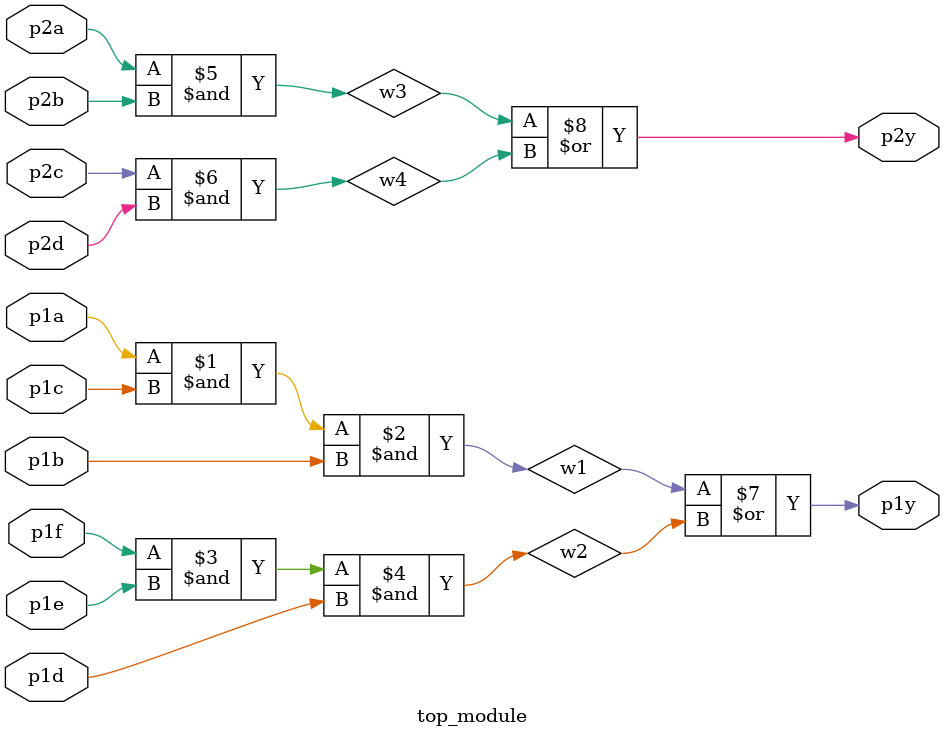
<source format=v>
module top_module ( 
    input p1a, p1b, p1c, p1d, p1e, p1f,
    output p1y,
    input p2a, p2b, p2c, p2d,
    output p2y );

    wire w1, w2, w3, w4;

    assign w1 = p1a & p1c & p1b;
    assign w2 = p1f & p1e & p1d;
    assign w3 = p2a & p2b;
    assign w4 = p2c & p2d;

    assign p1y = w1 | w2;
    assign p2y = w3 | w4;
    
endmodule
</source>
